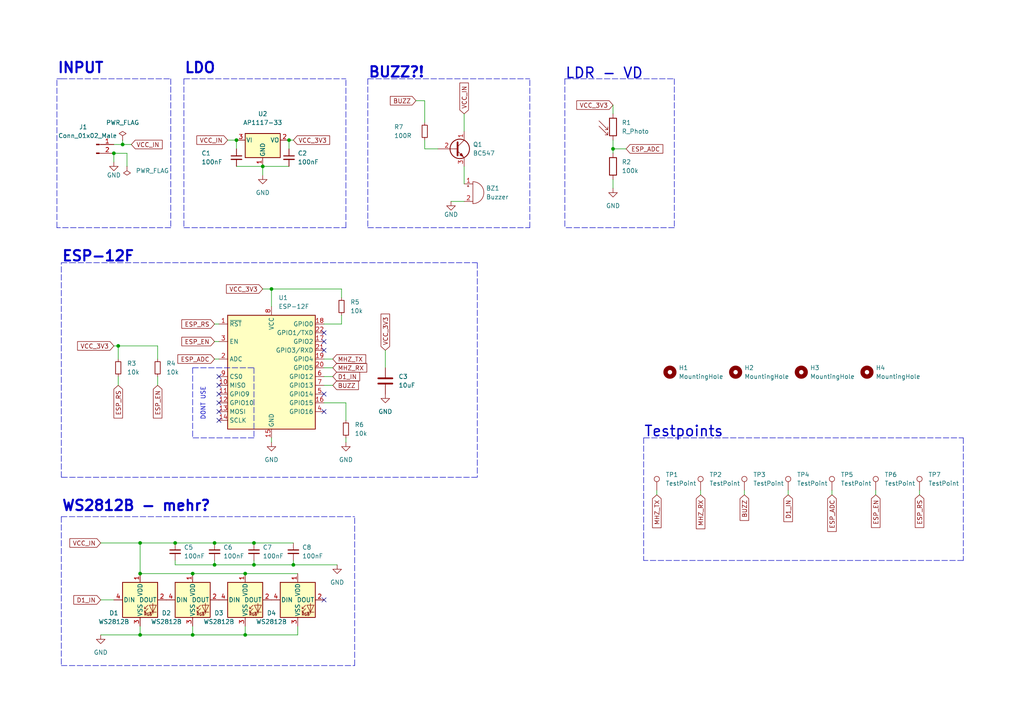
<source format=kicad_sch>
(kicad_sch (version 20211123) (generator eeschema)
  (paper "A4")
  (lib_symbols
    (symbol "Connector:Conn_01x02_Male" (pin_names (offset 1.016) hide)
      (property "Reference" "J" (at 0 2.54 0))
      (property "Value" "Conn_01x02_Male" (at 0 -5.08 0))
      (symbol "Conn_01x02_Male_1_1"
        (polyline (pts (xy 1.27 -2.54) (xy 0.8636 -2.54)) (stroke (width 0.1524)))
        (polyline (pts (xy 1.27 0) (xy 0.8636 0)) (stroke (width 0.1524)))
        (rectangle (start 0.8636 -2.413) (end 0 -2.667) (stroke (width 0.1524)) (fill (type outline)))
        (rectangle (start 0.8636 0.127) (end 0 -0.127) (stroke (width 0.1524)) (fill (type outline)))
        (pin passive line (at 5.08 0 180) (length 3.81) (name "Pin_1") (number "1"))
        (pin passive line (at 5.08 -2.54 180) (length 3.81) (name "Pin_2") (number "2"))
      )
    )
    (symbol "Connector:TestPoint" (pin_numbers hide) (pin_names (offset 0.762) hide)
      (property "Reference" "TP" (at 0 6.858 0))
      (property "Value" "TestPoint" (at 0 5.08 0))
      (symbol "TestPoint_0_1"
        (circle (center 0 3.302) (radius 0.762))
      )
      (symbol "TestPoint_1_1"
        (pin passive line (at 0 0 90) (length 2.54) (name "1") (number "1"))
      )
    )
    (symbol "Device:Buzzer" (pin_names (offset 0.0254) hide)
      (property "Reference" "BZ" (at 3.81 1.27 0))
      (property "Value" "Buzzer" (at 3.81 -1.27 0))
      (symbol "Buzzer_0_1"
        (arc (start 0 -3.175) (mid 3.175 0) (end 0 3.175))
        (polyline (pts (xy -1.651 1.905) (xy -1.143 1.905)))
        (polyline (pts (xy -1.397 2.159) (xy -1.397 1.651)))
        (polyline (pts (xy 0 3.175) (xy 0 -3.175)))
      )
      (symbol "Buzzer_1_1"
        (pin passive line (at -2.54 2.54 0) (length 2.54) (name "-") (number "1"))
        (pin passive line (at -2.54 -2.54 0) (length 2.54) (name "+") (number "2"))
      )
    )
    (symbol "Device:C" (pin_numbers hide) (pin_names (offset 0.254))
      (property "Reference" "C" (at 0.635 2.54 0))
      (property "Value" "C" (at 0.635 -2.54 0))
      (symbol "C_0_1"
        (polyline (pts (xy -2.032 -0.762) (xy 2.032 -0.762)) (stroke (width 0.508)))
        (polyline (pts (xy -2.032 0.762) (xy 2.032 0.762)) (stroke (width 0.508)))
      )
      (symbol "C_1_1"
        (pin passive line (at 0 3.81 270) (length 2.794) (name "~") (number "1"))
        (pin passive line (at 0 -3.81 90) (length 2.794) (name "~") (number "2"))
      )
    )
    (symbol "Device:C_Small" (pin_numbers hide) (pin_names (offset 0.254) hide)
      (property "Reference" "C" (at 0.254 1.778 0))
      (property "Value" "C_Small" (at 0.254 -2.032 0))
      (symbol "C_Small_0_1"
        (polyline (pts (xy -1.524 -0.508) (xy 1.524 -0.508)) (stroke (width 0.3302)))
        (polyline (pts (xy -1.524 0.508) (xy 1.524 0.508)) (stroke (width 0.3048)))
      )
      (symbol "C_Small_1_1"
        (pin passive line (at 0 2.54 270) (length 2.032) (name "~") (number "1"))
        (pin passive line (at 0 -2.54 90) (length 2.032) (name "~") (number "2"))
      )
    )
    (symbol "Device:R" (pin_numbers hide) (pin_names (offset 0))
      (property "Reference" "R" (at 2.032 0 90))
      (property "Value" "R" (at 0 0 90))
      (symbol "R_0_1"
        (rectangle (start -1.016 -2.54) (end 1.016 2.54) (stroke (width 0.254)))
      )
      (symbol "R_1_1"
        (pin passive line (at 0 3.81 270) (length 1.27) (name "~") (number "1"))
        (pin passive line (at 0 -3.81 90) (length 1.27) (name "~") (number "2"))
      )
    )
    (symbol "Device:R_Photo" (pin_numbers hide) (pin_names (offset 0))
      (property "Reference" "R" (at 1.27 1.27 0))
      (property "Value" "R_Photo" (at 1.27 0 0))
      (symbol "R_Photo_0_1"
        (rectangle (start -1.016 2.54) (end 1.016 -2.54) (stroke (width 0.254)))
        (polyline (pts (xy -1.524 -2.286) (xy -4.064 0.254)))
        (polyline (pts (xy -1.524 -2.286) (xy -2.286 -2.286)))
        (polyline (pts (xy -1.524 -2.286) (xy -1.524 -1.524)))
        (polyline (pts (xy -1.524 -0.762) (xy -4.064 1.778)))
        (polyline (pts (xy -1.524 -0.762) (xy -2.286 -0.762)))
        (polyline (pts (xy -1.524 -0.762) (xy -1.524 0)))
      )
      (symbol "R_Photo_1_1"
        (pin passive line (at 0 3.81 270) (length 1.27) (name "~") (number "1"))
        (pin passive line (at 0 -3.81 90) (length 1.27) (name "~") (number "2"))
      )
    )
    (symbol "Device:R_Small" (pin_numbers hide) (pin_names (offset 0.254) hide)
      (property "Reference" "R" (at 0.762 0.508 0))
      (property "Value" "R_Small" (at 0.762 -1.016 0))
      (symbol "R_Small_0_1"
        (rectangle (start -0.762 1.778) (end 0.762 -1.778) (stroke (width 0.2032)))
      )
      (symbol "R_Small_1_1"
        (pin passive line (at 0 2.54 270) (length 0.762) (name "~") (number "1"))
        (pin passive line (at 0 -2.54 90) (length 0.762) (name "~") (number "2"))
      )
    )
    (symbol "LED:WS2812B" (pin_names (offset 0.254))
      (property "Reference" "D" (at 5.08 5.715 0))
      (property "Value" "WS2812B" (at 1.27 -5.715 0))
      (symbol "WS2812B_0_0"
        (text "RGB" (at 2.286 -4.191 0) (effects (font (size 0.762 0.762))))
      )
      (symbol "WS2812B_0_1"
        (polyline (pts (xy 1.27 -3.556) (xy 1.778 -3.556)))
        (polyline (pts (xy 1.27 -2.54) (xy 1.778 -2.54)))
        (polyline (pts (xy 4.699 -3.556) (xy 2.667 -3.556)))
        (polyline (pts (xy 2.286 -2.54) (xy 1.27 -3.556) (xy 1.27 -3.048)))
        (polyline (pts (xy 2.286 -1.524) (xy 1.27 -2.54) (xy 1.27 -2.032)))
        (polyline (pts (xy 3.683 -1.016) (xy 3.683 -3.556) (xy 3.683 -4.064)))
        (polyline (pts (xy 4.699 -1.524) (xy 2.667 -1.524) (xy 3.683 -3.556) (xy 4.699 -1.524)))
        (rectangle (start 5.08 5.08) (end -5.08 -5.08) (stroke (width 0.254)) (fill (type background)))
      )
      (symbol "WS2812B_1_1"
        (pin power_in line (at 0 7.62 270) (length 2.54) (name "VDD") (number "1"))
        (pin output line (at 7.62 0 180) (length 2.54) (name "DOUT") (number "2"))
        (pin power_in line (at 0 -7.62 90) (length 2.54) (name "VSS") (number "3"))
        (pin input line (at -7.62 0 0) (length 2.54) (name "DIN") (number "4"))
      )
    )
    (symbol "Mechanical:MountingHole" (pin_names (offset 1.016))
      (property "Reference" "H" (at 0 5.08 0))
      (property "Value" "MountingHole" (at 0 3.175 0))
      (symbol "MountingHole_0_1"
        (circle (center 0 0) (radius 1.27) (stroke (width 1.27)))
      )
    )
    (symbol "RF_Module:ESP-12F"
      (property "Reference" "U" (at -12.7 19.05 0))
      (property "Value" "ESP-12F" (at 12.7 19.05 0))
      (symbol "ESP-12F_0_1"
        (rectangle (start -12.7 17.78) (end 12.7 -15.24) (stroke (width 0.254)) (fill (type background)))
      )
      (symbol "ESP-12F_1_1"
        (pin input line (at -15.24 15.24 0) (length 2.54) (name "~{RST}") (number "1"))
        (pin bidirectional line (at -15.24 -2.54 0) (length 2.54) (name "MISO") (number "10"))
        (pin bidirectional line (at -15.24 -5.08 0) (length 2.54) (name "GPIO9") (number "11"))
        (pin bidirectional line (at -15.24 -7.62 0) (length 2.54) (name "GPIO10") (number "12"))
        (pin bidirectional line (at -15.24 -10.16 0) (length 2.54) (name "MOSI") (number "13"))
        (pin bidirectional line (at -15.24 -12.7 0) (length 2.54) (name "SCLK") (number "14"))
        (pin power_in line (at 0 -17.78 90) (length 2.54) (name "GND") (number "15"))
        (pin bidirectional line (at 15.24 -7.62 180) (length 2.54) (name "GPIO15") (number "16"))
        (pin bidirectional line (at 15.24 10.16 180) (length 2.54) (name "GPIO2") (number "17"))
        (pin bidirectional line (at 15.24 15.24 180) (length 2.54) (name "GPIO0") (number "18"))
        (pin bidirectional line (at 15.24 5.08 180) (length 2.54) (name "GPIO4") (number "19"))
        (pin input line (at -15.24 5.08 0) (length 2.54) (name "ADC") (number "2"))
        (pin bidirectional line (at 15.24 2.54 180) (length 2.54) (name "GPIO5") (number "20"))
        (pin bidirectional line (at 15.24 7.62 180) (length 2.54) (name "GPIO3/RXD") (number "21"))
        (pin bidirectional line (at 15.24 12.7 180) (length 2.54) (name "GPIO1/TXD") (number "22"))
        (pin input line (at -15.24 10.16 0) (length 2.54) (name "EN") (number "3"))
        (pin bidirectional line (at 15.24 -10.16 180) (length 2.54) (name "GPIO16") (number "4"))
        (pin bidirectional line (at 15.24 -5.08 180) (length 2.54) (name "GPIO14") (number "5"))
        (pin bidirectional line (at 15.24 0 180) (length 2.54) (name "GPIO12") (number "6"))
        (pin bidirectional line (at 15.24 -2.54 180) (length 2.54) (name "GPIO13") (number "7"))
        (pin power_in line (at 0 20.32 270) (length 2.54) (name "VCC") (number "8"))
        (pin input line (at -15.24 0 0) (length 2.54) (name "CS0") (number "9"))
      )
    )
    (symbol "Regulator_Linear:AP1117-33" (pin_names (offset 0.254))
      (property "Reference" "U" (at -3.81 3.175 0))
      (property "Value" "AP1117-33" (at 0 3.175 0))
      (symbol "AP1117-33_0_1"
        (rectangle (start -5.08 -5.08) (end 5.08 1.905) (stroke (width 0.254)) (fill (type background)))
      )
      (symbol "AP1117-33_1_1"
        (pin power_in line (at 0 -7.62 90) (length 2.54) (name "GND") (number "1"))
        (pin power_out line (at 7.62 0 180) (length 2.54) (name "VO") (number "2"))
        (pin power_in line (at -7.62 0 0) (length 2.54) (name "VI") (number "3"))
      )
    )
    (symbol "Transistor_BJT:BC547" (pin_names (offset 0) hide)
      (property "Reference" "Q" (at 5.08 1.905 0))
      (property "Value" "BC547" (at 5.08 0 0))
      (symbol "BC547_0_1"
        (polyline (pts (xy 0 0) (xy 0.635 0)))
        (polyline (pts (xy 0.635 0.635) (xy 2.54 2.54)))
        (polyline (pts (xy 0.635 -0.635) (xy 2.54 -2.54) (xy 2.54 -2.54)))
        (polyline (pts (xy 0.635 1.905) (xy 0.635 -1.905) (xy 0.635 -1.905)) (stroke (width 0.508)))
        (polyline (pts (xy 1.27 -1.778) (xy 1.778 -1.27) (xy 2.286 -2.286) (xy 1.27 -1.778) (xy 1.27 -1.778)) (fill (type outline)))
        (circle (center 1.27 0) (radius 2.8194) (stroke (width 0.254)))
      )
      (symbol "BC547_1_1"
        (pin passive line (at 2.54 5.08 270) (length 2.54) (name "C") (number "1"))
        (pin input line (at -5.08 0 0) (length 5.08) (name "B") (number "2"))
        (pin passive line (at 2.54 -5.08 90) (length 2.54) (name "E") (number "3"))
      )
    )
    (symbol "power:GND" (power) (pin_names (offset 0))
      (property "Value" "GND" (at 0 -3.81 0))
      (symbol "GND_0_1"
        (polyline (pts (xy 0 0) (xy 0 -1.27) (xy 1.27 -1.27) (xy 0 -2.54) (xy -1.27 -1.27) (xy 0 -1.27)))
      )
      (symbol "GND_1_1"
        (pin power_in line (at 0 0 270) (length 0) hide (name "GND") (number "1"))
      )
    )
    (symbol "power:PWR_FLAG" (power) (pin_numbers hide) (pin_names (offset 0) hide)
      (property "Value" "PWR_FLAG" (at 0 3.81 0))
      (symbol "PWR_FLAG_0_0"
        (pin power_out line (at 0 0 90) (length 0) (name "pwr") (number "1"))
      )
      (symbol "PWR_FLAG_0_1"
        (polyline (pts (xy 0 0) (xy 0 1.27) (xy -1.016 1.905) (xy 0 2.54) (xy 1.016 1.905) (xy 0 1.27)))
      )
    )
  )
  (junction (at 177.8 43.18))
  (junction (at 40.64 166.37))
  (junction (at 55.88 184.15))
  (junction (at 40.64 157.48))
  (junction (at 73.66 157.48))
  (junction (at 83.82 40.64))
  (junction (at 50.8 157.48))
  (junction (at 78.74 83.82))
  (junction (at 85.09 163.83))
  (junction (at 35.56 41.91))
  (junction (at 68.58 40.64))
  (junction (at 62.23 163.83))
  (junction (at 40.64 184.15))
  (junction (at 71.12 166.37))
  (junction (at 76.2 48.26))
  (junction (at 73.66 163.83))
  (junction (at 55.88 166.37))
  (junction (at 33.02 44.45))
  (junction (at 34.29 100.33))
  (junction (at 71.12 184.15))
  (junction (at 62.23 157.48))
  (no_connect (at 93.98 173.99))
  (no_connect (at 93.98 114.3))
  (no_connect (at 93.98 119.38))
  (no_connect (at 93.98 101.6))
  (no_connect (at 93.98 99.06))
  (no_connect (at 93.98 96.52))
  (no_connect (at 63.5 109.22))
  (no_connect (at 63.5 119.38))
  (no_connect (at 63.5 111.76))
  (no_connect (at 63.5 114.3))
  (no_connect (at 63.5 116.84))
  (no_connect (at 63.5 121.92))
  (wire (pts (xy 177.8 30.48) (xy 177.8 33.02)))
  (wire (pts (xy 71.12 184.15) (xy 86.36 184.15)))
  (wire (pts (xy 76.2 83.82) (xy 78.74 83.82)))
  (wire (pts (xy 266.7 143.51) (xy 266.7 142.24)))
  (wire (pts (xy 71.12 181.61) (xy 71.12 184.15)))
  (wire (pts (xy 34.29 100.33) (xy 34.29 104.14)))
  (wire (pts (xy 50.8 157.48) (xy 62.23 157.48)))
  (wire (pts (xy 228.6 143.51) (xy 228.6 142.24)))
  (wire (pts (xy 33.02 46.99) (xy 33.02 44.45)))
  (wire (pts (xy 29.21 184.15) (xy 40.64 184.15)))
  (polyline (pts (xy 17.78 76.2) (xy 20.32 76.2)))
  (wire (pts (xy 62.23 157.48) (xy 73.66 157.48)))
  (wire (pts (xy 40.64 157.48) (xy 40.64 166.37)))
  (wire (pts (xy 177.8 43.18) (xy 181.61 43.18)))
  (polyline (pts (xy 17.78 22.86) (xy 49.53 22.86)))
  (wire (pts (xy 93.98 109.22) (xy 96.52 109.22)))
  (wire (pts (xy 203.2 143.51) (xy 203.2 142.24)))
  (wire (pts (xy 62.23 162.56) (xy 62.23 163.83)))
  (wire (pts (xy 93.98 104.14) (xy 96.52 104.14)))
  (wire (pts (xy 38.1 41.91) (xy 35.56 41.91)))
  (polyline (pts (xy 16.51 22.86) (xy 17.78 22.86)))
  (wire (pts (xy 85.09 162.56) (xy 85.09 163.83)))
  (polyline (pts (xy 186.69 127) (xy 279.4 127)))
  (wire (pts (xy 85.09 163.83) (xy 97.79 163.83)))
  (wire (pts (xy 78.74 83.82) (xy 78.74 88.9)))
  (polyline (pts (xy 163.83 22.86) (xy 195.58 22.86)))
  (wire (pts (xy 35.56 40.64) (xy 35.56 41.91)))
  (wire (pts (xy 123.19 29.21) (xy 123.19 35.56)))
  (wire (pts (xy 34.29 100.33) (xy 45.72 100.33)))
  (wire (pts (xy 93.98 116.84) (xy 100.33 116.84)))
  (wire (pts (xy 55.88 166.37) (xy 71.12 166.37)))
  (wire (pts (xy 73.66 157.48) (xy 85.09 157.48)))
  (wire (pts (xy 99.06 83.82) (xy 78.74 83.82)))
  (wire (pts (xy 55.88 181.61) (xy 55.88 184.15)))
  (polyline (pts (xy 106.68 22.86) (xy 153.67 22.86)))
  (wire (pts (xy 254 143.51) (xy 254 142.24)))
  (wire (pts (xy 55.88 184.15) (xy 71.12 184.15)))
  (wire (pts (xy 40.64 157.48) (xy 50.8 157.48)))
  (wire (pts (xy 62.23 163.83) (xy 73.66 163.83)))
  (polyline (pts (xy 53.34 66.04) (xy 100.33 66.04)))
  (polyline (pts (xy 106.68 22.86) (xy 106.68 66.04)))
  (polyline (pts (xy 153.67 66.04) (xy 153.67 22.86)))
  (wire (pts (xy 45.72 100.33) (xy 45.72 104.14)))
  (wire (pts (xy 120.65 29.21) (xy 123.19 29.21)))
  (wire (pts (xy 78.74 128.27) (xy 78.74 127)))
  (polyline (pts (xy 53.34 22.86) (xy 53.34 66.04)))
  (polyline (pts (xy 106.68 66.04) (xy 153.67 66.04)))
  (wire (pts (xy 241.3 143.51) (xy 241.3 142.24)))
  (wire (pts (xy 190.5 143.51) (xy 190.5 142.24)))
  (polyline (pts (xy 186.69 127) (xy 186.69 162.56)))
  (polyline (pts (xy 20.32 76.2) (xy 138.43 76.2)))
  (wire (pts (xy 177.8 52.07) (xy 177.8 54.61)))
  (polyline (pts (xy 16.51 66.04) (xy 16.51 22.86)))
  (wire (pts (xy 134.62 48.26) (xy 134.62 53.34)))
  (wire (pts (xy 36.83 44.45) (xy 33.02 44.45)))
  (polyline (pts (xy 55.88 106.68) (xy 73.66 106.68)))
  (wire (pts (xy 86.36 184.15) (xy 86.36 181.61)))
  (wire (pts (xy 100.33 127) (xy 100.33 128.27)))
  (wire (pts (xy 34.29 109.22) (xy 34.29 111.76)))
  (wire (pts (xy 177.8 40.64) (xy 177.8 43.18)))
  (wire (pts (xy 93.98 106.68) (xy 96.52 106.68)))
  (polyline (pts (xy 73.66 127) (xy 55.88 127)))
  (wire (pts (xy 111.76 101.6) (xy 111.76 106.68)))
  (wire (pts (xy 100.33 116.84) (xy 100.33 121.92)))
  (wire (pts (xy 93.98 93.98) (xy 99.06 93.98)))
  (wire (pts (xy 127 43.18) (xy 123.19 43.18)))
  (wire (pts (xy 36.83 48.26) (xy 36.83 44.45)))
  (polyline (pts (xy 138.43 138.43) (xy 17.78 138.43)))
  (wire (pts (xy 40.64 181.61) (xy 40.64 184.15)))
  (wire (pts (xy 40.64 166.37) (xy 55.88 166.37)))
  (wire (pts (xy 85.09 40.64) (xy 83.82 40.64)))
  (polyline (pts (xy 100.33 66.04) (xy 100.33 22.86)))
  (wire (pts (xy 93.98 111.76) (xy 96.52 111.76)))
  (wire (pts (xy 62.23 104.14) (xy 63.5 104.14)))
  (wire (pts (xy 99.06 86.36) (xy 99.06 83.82)))
  (wire (pts (xy 68.58 40.64) (xy 68.58 43.18)))
  (polyline (pts (xy 195.58 22.86) (xy 195.58 66.04)))
  (polyline (pts (xy 195.58 66.04) (xy 163.83 66.04)))
  (wire (pts (xy 99.06 93.98) (xy 99.06 91.44)))
  (polyline (pts (xy 73.66 106.68) (xy 73.66 127)))
  (wire (pts (xy 130.81 58.42) (xy 134.62 58.42)))
  (wire (pts (xy 76.2 50.8) (xy 76.2 48.26)))
  (polyline (pts (xy 17.78 149.86) (xy 17.78 193.04)))
  (wire (pts (xy 62.23 93.98) (xy 63.5 93.98)))
  (wire (pts (xy 35.56 41.91) (xy 33.02 41.91)))
  (polyline (pts (xy 17.78 138.43) (xy 17.78 76.2)))
  (wire (pts (xy 29.21 157.48) (xy 40.64 157.48)))
  (wire (pts (xy 76.2 48.26) (xy 83.82 48.26)))
  (wire (pts (xy 71.12 166.37) (xy 86.36 166.37)))
  (polyline (pts (xy 17.78 149.86) (xy 102.87 149.86)))
  (polyline (pts (xy 102.87 193.04) (xy 102.87 149.86)))
  (wire (pts (xy 45.72 109.22) (xy 45.72 111.76)))
  (polyline (pts (xy 53.34 22.86) (xy 100.33 22.86)))
  (polyline (pts (xy 279.4 127) (xy 279.4 162.56)))
  (polyline (pts (xy 138.43 76.2) (xy 138.43 138.43)))
  (wire (pts (xy 68.58 48.26) (xy 76.2 48.26)))
  (polyline (pts (xy 49.53 66.04) (xy 16.51 66.04)))
  (wire (pts (xy 62.23 99.06) (xy 63.5 99.06)))
  (wire (pts (xy 73.66 162.56) (xy 73.66 163.83)))
  (wire (pts (xy 33.02 100.33) (xy 34.29 100.33)))
  (wire (pts (xy 177.8 43.18) (xy 177.8 44.45)))
  (wire (pts (xy 66.04 40.64) (xy 68.58 40.64)))
  (wire (pts (xy 40.64 184.15) (xy 55.88 184.15)))
  (wire (pts (xy 50.8 163.83) (xy 62.23 163.83)))
  (wire (pts (xy 134.62 33.02) (xy 134.62 38.1)))
  (wire (pts (xy 83.82 40.64) (xy 83.82 43.18)))
  (wire (pts (xy 29.21 173.99) (xy 33.02 173.99)))
  (polyline (pts (xy 49.53 22.86) (xy 49.53 66.04)))
  (polyline (pts (xy 279.4 162.56) (xy 186.69 162.56)))
  (wire (pts (xy 215.9 143.51) (xy 215.9 142.24)))
  (polyline (pts (xy 17.78 193.04) (xy 102.87 193.04)))
  (wire (pts (xy 50.8 162.56) (xy 50.8 163.83)))
  (wire (pts (xy 73.66 163.83) (xy 85.09 163.83)))
  (wire (pts (xy 123.19 43.18) (xy 123.19 40.64)))
  (polyline (pts (xy 163.83 22.86) (xy 163.83 66.04)))
  (polyline (pts (xy 55.88 106.68) (xy 55.88 127)))
  (text "LDR - VD\n\n" (at 163.83 27.94 0) (effects (font (size 3 3) (thickness 0.4) bold) (justify left bottom)))
  (text "DONT USE" (at 59.69 121.92 90) (effects (font (size 1.27 1.27)) (justify left bottom)))
  (text "INPUT" (at 16.51 21.59 0) (effects (font (size 3 3) bold) (justify left bottom)))
  (text "WS2812B - mehr?" (at 17.78 148.59 0) (effects (font (size 3 3) bold) (justify left bottom)))
  (text "LDO" (at 53.34 21.59 0) (effects (font (size 3 3) bold) (justify left bottom)))
  (text "ESP-12F" (at 17.78 76.2 0) (effects (font (size 3 3) bold) (justify left bottom)))
  (text "BUZZ?!" (at 106.68 22.86 0) (effects (font (size 3 3) bold) (justify left bottom)))
  (text "Testpoints" (at 186.69 127 0) (effects (font (size 3 3) (thickness 0.4) bold) (justify left bottom)))
  (global_label "ESP_RS" (shape input) (at 266.7 143.51 270) (property "Intersheet References" "${INTERSHEET_REFS}" (effects hide)))
  (global_label "VCC_IN" (shape input) (at 66.04 40.64 180) (property "Intersheet References" "${INTERSHEET_REFS}" (effects hide)))
  (global_label "ESP_RS" (shape input) (at 62.23 93.98 180) (property "Intersheet References" "${INTERSHEET_REFS}" (effects hide)))
  (global_label "BUZZ" (shape input) (at 215.9 143.51 270) (property "Intersheet References" "${INTERSHEET_REFS}" (effects hide)))
  (global_label "VCC_3V3" (shape input) (at 33.02 100.33 180) (property "Intersheet References" "${INTERSHEET_REFS}" (effects hide)))
  (global_label "MHZ_TX" (shape input) (at 190.5 143.51 270) (property "Intersheet References" "${INTERSHEET_REFS}" (effects hide)))
  (global_label "BUZZ" (shape input) (at 120.65 29.21 180) (property "Intersheet References" "${INTERSHEET_REFS}" (effects hide)))
  (global_label "ESP_EN" (shape input) (at 254 143.51 270) (property "Intersheet References" "${INTERSHEET_REFS}" (effects hide)))
  (global_label "MHZ_RX" (shape input) (at 203.2 143.51 270) (property "Intersheet References" "${INTERSHEET_REFS}" (effects hide)))
  (global_label "D1_IN" (shape input) (at 96.52 109.22 0) (property "Intersheet References" "${INTERSHEET_REFS}" (effects hide)))
  (global_label "D1_IN" (shape input) (at 228.6 143.51 270) (property "Intersheet References" "${INTERSHEET_REFS}" (effects hide)))
  (global_label "VCC_3V3" (shape input) (at 177.8 30.48 180) (property "Intersheet References" "${INTERSHEET_REFS}" (effects hide)))
  (global_label "D1_IN" (shape input) (at 29.21 173.99 180) (property "Intersheet References" "${INTERSHEET_REFS}" (effects hide)))
  (global_label "BUZZ" (shape input) (at 96.52 111.76 0) (property "Intersheet References" "${INTERSHEET_REFS}" (effects hide)))
  (global_label "VCC_IN" (shape input) (at 29.21 157.48 180) (property "Intersheet References" "${INTERSHEET_REFS}" (effects hide)))
  (global_label "ESP_ADC" (shape input) (at 241.3 143.51 270) (property "Intersheet References" "${INTERSHEET_REFS}" (effects hide)))
  (global_label "VCC_3V3" (shape input) (at 85.09 40.64 0) (property "Intersheet References" "${INTERSHEET_REFS}" (effects hide)))
  (global_label "MHZ_TX" (shape input) (at 96.52 104.14 0) (property "Intersheet References" "${INTERSHEET_REFS}" (effects hide)))
  (global_label "ESP_ADC" (shape input) (at 181.61 43.18 0) (property "Intersheet References" "${INTERSHEET_REFS}" (effects hide)))
  (global_label "ESP_EN" (shape input) (at 62.23 99.06 180) (property "Intersheet References" "${INTERSHEET_REFS}" (effects hide)))
  (global_label "ESP_RS" (shape input) (at 34.29 111.76 270) (property "Intersheet References" "${INTERSHEET_REFS}" (effects hide)))
  (global_label "ESP_EN" (shape input) (at 45.72 111.76 270) (property "Intersheet References" "${INTERSHEET_REFS}" (effects hide)))
  (global_label "MHZ_RX" (shape input) (at 96.52 106.68 0) (property "Intersheet References" "${INTERSHEET_REFS}" (effects hide)))
  (global_label "VCC_IN" (shape input) (at 134.62 33.02 90) (property "Intersheet References" "${INTERSHEET_REFS}" (effects hide)))
  (global_label "VCC_3V3" (shape input) (at 76.2 83.82 180) (property "Intersheet References" "${INTERSHEET_REFS}" (effects hide)))
  (global_label "VCC_IN" (shape input) (at 38.1 41.91 0) (property "Intersheet References" "${INTERSHEET_REFS}" (effects hide)))
  (global_label "VCC_3V3" (shape input) (at 111.76 101.6 90) (property "Intersheet References" "${INTERSHEET_REFS}" (effects hide)))
  (global_label "ESP_ADC" (shape input) (at 62.23 104.14 180) (property "Intersheet References" "${INTERSHEET_REFS}" (effects hide)))
  (symbol (lib_id "Device:C_Small") (at 62.23 160.02 0) (unit 1)
    (property "Reference" "C6" (at 64.77 158.7562 0) (effects (justify left)))
    (property "Value" "100nF" (at 64.77 161.2962 0) (effects (justify left)))
    (property "Footprint" "Capacitor_SMD:C_0805_2012Metric_Pad1.18x1.45mm_HandSolder" (effects hide))
  )
  (symbol (lib_id "Device:R_Small") (at 100.33 124.46 180) (unit 1)
    (property "Reference" "R6" (at 102.87 123.1899 0) (effects (justify right)))
    (property "Value" "10k" (at 102.87 125.7299 0) (effects (justify right)))
    (property "Footprint" "Resistor_SMD:R_0805_2012Metric_Pad1.20x1.40mm_HandSolder" (effects hide))
  )
  (symbol (lib_id "Connector:Conn_01x02_Male") (at 27.94 41.91 0) (unit 1)
    (property "Reference" "J1" (at 24.13 36.83 0))
    (property "Value" "Conn_01x02_Male" (at 25.4 39.37 0))
    (property "Footprint" "Connector_JST:JST_XH_B2B-XH-A_1x02_P2.50mm_Vertical" (effects hide))
  )
  (symbol (lib_id "LED:WS2812B") (at 86.36 173.99 0) (unit 1)
    (property "Reference" "D4" (at 78.74 177.8 0))
    (property "Value" "WS2812B" (at 78.74 180.34 0))
    (property "Footprint" "LED_SMD:LED_WS2812B_PLCC4_5.0x5.0mm_P3.2mm" (effects hide))
    (property "Datasheet" "https://cdn-shop.adafruit.com/datasheets/WS2812B.pdf" (effects hide))
  )
  (symbol (lib_id "power:GND") (at 100.33 128.27 0) (unit 1)
    (property "Reference" "#PWR05" (effects hide))
    (property "Value" "GND" (at 100.33 133.35 0))
  )
  (symbol (lib_id "Device:R_Small") (at 34.29 106.68 180) (unit 1)
    (property "Reference" "R3" (at 36.83 105.4099 0) (effects (justify right)))
    (property "Value" "10k" (at 36.83 107.9499 0) (effects (justify right)))
    (property "Footprint" "Resistor_SMD:R_0805_2012Metric_Pad1.20x1.40mm_HandSolder" (effects hide))
  )
  (symbol (lib_id "power:GND") (at 177.8 54.61 0) (unit 1)
    (property "Reference" "#PWR02" (effects hide))
    (property "Value" "GND" (at 177.8 59.69 0))
  )
  (symbol (lib_id "power:GND") (at 130.81 58.42 0) (unit 1)
    (property "Reference" "#PWR09" (effects hide))
    (property "Value" "GND" (at 128.7881 62.2202 0) (effects (justify left)))
  )
  (symbol (lib_id "LED:WS2812B") (at 71.12 173.99 0) (unit 1)
    (property "Reference" "D3" (at 63.5 177.8 0))
    (property "Value" "WS2812B" (at 63.5 180.34 0))
    (property "Footprint" "LED_SMD:LED_WS2812B_PLCC4_5.0x5.0mm_P3.2mm" (effects hide))
    (property "Datasheet" "https://cdn-shop.adafruit.com/datasheets/WS2812B.pdf" (effects hide))
  )
  (symbol (lib_id "Device:R_Photo") (at 177.8 36.83 0) (unit 1)
    (property "Reference" "R1" (at 180.34 35.5599 0) (effects (justify left)))
    (property "Value" "R_Photo" (at 180.34 38.0999 0) (effects (justify left)))
    (property "Footprint" "OptoDevice:R_LDR_5.1x4.3mm_P3.4mm_Vertical" (effects hide))
  )
  (symbol (lib_id "Device:C_Small") (at 85.09 160.02 0) (unit 1)
    (property "Reference" "C8" (at 87.63 158.7562 0) (effects (justify left)))
    (property "Value" "100nF" (at 87.63 161.2962 0) (effects (justify left)))
    (property "Footprint" "Capacitor_SMD:C_0805_2012Metric_Pad1.18x1.45mm_HandSolder" (effects hide))
  )
  (symbol (lib_id "Transistor_BJT:BC547") (at 132.08 43.18 0) (unit 1)
    (property "Reference" "Q1" (at 137.16 41.9099 0) (effects (justify left)))
    (property "Value" "BC547" (at 137.16 44.4499 0) (effects (justify left)))
    (property "Footprint" "Package_TO_SOT_THT:TO-92_Inline" (effects hide))
    (property "Datasheet" "https://www.onsemi.com/pub/Collateral/BC550-D.pdf" (effects hide))
  )
  (symbol (lib_id "power:GND") (at 78.74 128.27 0) (unit 1)
    (property "Reference" "#PWR04" (effects hide))
    (property "Value" "GND" (at 78.74 133.35 0))
  )
  (symbol (lib_id "Mechanical:MountingHole") (at 232.41 107.95 0) (unit 1)
    (property "Reference" "H3" (at 234.95 106.6799 0) (effects (justify left)))
    (property "Value" "MountingHole" (at 234.95 109.2199 0) (effects (justify left)))
    (property "Footprint" "MountingHole:MountingHole_3.2mm_M3" (effects hide))
  )
  (symbol (lib_id "Device:Buzzer") (at 137.16 55.88 0) (unit 1)
    (property "Reference" "BZ1" (at 140.97 54.6099 0) (effects (justify left)))
    (property "Value" "Buzzer" (at 140.97 57.1499 0) (effects (justify left)))
    (property "Footprint" "Buzzer_Beeper:Buzzer_TDK_PS1240P02BT_D12.2mm_H6.5mm" (effects hide))
  )
  (symbol (lib_id "Connector:TestPoint") (at 228.6 142.24 0) (unit 1)
    (property "Reference" "TP4" (at 231.14 137.6679 0) (effects (justify left)))
    (property "Value" "TestPoint" (at 231.14 140.2079 0) (effects (justify left)))
    (property "Footprint" "TestPoint:TestPoint_THTPad_D3.0mm_Drill1.5mm" (effects hide))
  )
  (symbol (lib_id "Mechanical:MountingHole") (at 251.46 107.95 0) (unit 1)
    (property "Reference" "H4" (at 254 106.6799 0) (effects (justify left)))
    (property "Value" "MountingHole" (at 254 109.2199 0) (effects (justify left)))
    (property "Footprint" "MountingHole:MountingHole_3.2mm_M3" (effects hide))
  )
  (symbol (lib_id "power:PWR_FLAG") (at 36.83 48.26 180) (unit 1)
    (property "Reference" "#FLG0101" (effects hide))
    (property "Value" "PWR_FLAG" (at 39.37 49.5299 0) (effects (justify right)))
  )
  (symbol (lib_id "Device:R_Small") (at 45.72 106.68 180) (unit 1)
    (property "Reference" "R4" (at 48.26 105.4099 0) (effects (justify right)))
    (property "Value" "10k" (at 48.26 107.9499 0) (effects (justify right)))
    (property "Footprint" "Resistor_SMD:R_0805_2012Metric_Pad1.20x1.40mm_HandSolder" (effects hide))
  )
  (symbol (lib_id "Connector:TestPoint") (at 241.3 142.24 0) (unit 1)
    (property "Reference" "TP5" (at 243.84 137.6679 0) (effects (justify left)))
    (property "Value" "TestPoint" (at 243.84 140.2079 0) (effects (justify left)))
    (property "Footprint" "TestPoint:TestPoint_THTPad_D3.0mm_Drill1.5mm" (effects hide))
  )
  (symbol (lib_id "Device:R_Small") (at 99.06 88.9 0) (unit 1)
    (property "Reference" "R5" (at 101.6 87.6299 0) (effects (justify left)))
    (property "Value" "10k" (at 101.6 90.1699 0) (effects (justify left)))
    (property "Footprint" "Resistor_SMD:R_0805_2012Metric_Pad1.20x1.40mm_HandSolder" (effects hide))
  )
  (symbol (lib_id "Device:C_Small") (at 73.66 160.02 0) (unit 1)
    (property "Reference" "C7" (at 76.2 158.7562 0) (effects (justify left)))
    (property "Value" "100nF" (at 76.2 161.2962 0) (effects (justify left)))
    (property "Footprint" "Capacitor_SMD:C_0805_2012Metric_Pad1.18x1.45mm_HandSolder" (effects hide))
  )
  (symbol (lib_id "Device:C_Small") (at 83.82 45.72 0) (unit 1)
    (property "Reference" "C2" (at 86.36 44.4562 0) (effects (justify left)))
    (property "Value" "100nF" (at 86.36 46.9962 0) (effects (justify left)))
    (property "Footprint" "Capacitor_SMD:C_0805_2012Metric_Pad1.18x1.45mm_HandSolder" (effects hide))
  )
  (symbol (lib_id "power:GND") (at 29.21 184.15 0) (unit 1)
    (property "Reference" "#PWR07" (effects hide))
    (property "Value" "GND" (at 29.21 189.23 0))
  )
  (symbol (lib_id "Connector:TestPoint") (at 254 142.24 0) (unit 1)
    (property "Reference" "TP6" (at 256.54 137.6679 0) (effects (justify left)))
    (property "Value" "TestPoint" (at 256.54 140.2079 0) (effects (justify left)))
    (property "Footprint" "TestPoint:TestPoint_THTPad_D3.0mm_Drill1.5mm" (effects hide))
  )
  (symbol (lib_id "power:GND") (at 97.79 163.83 0) (unit 1)
    (property "Reference" "#PWR010" (effects hide))
    (property "Value" "GND" (at 97.79 168.91 0))
  )
  (symbol (lib_id "RF_Module:ESP-12F") (at 78.74 109.22 0) (unit 1)
    (property "Reference" "U1" (at 80.7594 86.36 0) (effects (justify left)))
    (property "Value" "ESP-12F" (at 80.7594 88.9 0) (effects (justify left)))
    (property "Footprint" "RF_Module:ESP-12E" (effects hide))
    (property "Datasheet" "http://wiki.ai-thinker.com/_media/esp8266/esp8266_series_modules_user_manual_v1.1.pdf" (effects hide))
  )
  (symbol (lib_id "Mechanical:MountingHole") (at 194.31 107.95 0) (unit 1)
    (property "Reference" "H1" (at 196.85 106.6799 0) (effects (justify left)))
    (property "Value" "MountingHole" (at 196.85 109.2199 0) (effects (justify left)))
    (property "Footprint" "MountingHole:MountingHole_3.2mm_M3" (effects hide))
  )
  (symbol (lib_id "Connector:TestPoint") (at 190.5 142.24 0) (unit 1)
    (property "Reference" "TP1" (at 193.04 137.6679 0) (effects (justify left)))
    (property "Value" "TestPoint" (at 193.04 140.2079 0) (effects (justify left)))
    (property "Footprint" "TestPoint:TestPoint_THTPad_D3.0mm_Drill1.5mm" (effects hide))
  )
  (symbol (lib_id "LED:WS2812B") (at 55.88 173.99 0) (unit 1)
    (property "Reference" "D2" (at 48.26 177.8 0))
    (property "Value" "WS2812B" (at 48.26 180.34 0))
    (property "Footprint" "LED_SMD:LED_WS2812B_PLCC4_5.0x5.0mm_P3.2mm" (effects hide))
    (property "Datasheet" "https://cdn-shop.adafruit.com/datasheets/WS2812B.pdf" (effects hide))
  )
  (symbol (lib_id "Device:R_Small") (at 123.19 38.1 180) (unit 1)
    (property "Reference" "R7" (at 114.3 36.83 0) (effects (justify right)))
    (property "Value" "100R" (at 114.3 39.37 0) (effects (justify right)))
    (property "Footprint" "Resistor_SMD:R_0805_2012Metric_Pad1.20x1.40mm_HandSolder" (effects hide))
  )
  (symbol (lib_id "power:GND") (at 33.02 46.99 0) (unit 1)
    (property "Reference" "#PWR01" (effects hide))
    (property "Value" "GND" (at 33.02 50.8 0))
  )
  (symbol (lib_id "Device:C_Small") (at 50.8 160.02 0) (unit 1)
    (property "Reference" "C5" (at 53.34 158.7562 0) (effects (justify left)))
    (property "Value" "100nF" (at 53.34 161.2962 0) (effects (justify left)))
    (property "Footprint" "Capacitor_SMD:C_0805_2012Metric_Pad1.18x1.45mm_HandSolder" (effects hide))
  )
  (symbol (lib_id "Connector:TestPoint") (at 266.7 142.24 0) (unit 1)
    (property "Reference" "TP7" (at 269.24 137.6679 0) (effects (justify left)))
    (property "Value" "TestPoint" (at 269.24 140.2079 0) (effects (justify left)))
    (property "Footprint" "TestPoint:TestPoint_THTPad_D3.0mm_Drill1.5mm" (effects hide))
  )
  (symbol (lib_id "Mechanical:MountingHole") (at 213.36 107.95 0) (unit 1)
    (property "Reference" "H2" (at 215.9 106.6799 0) (effects (justify left)))
    (property "Value" "MountingHole" (at 215.9 109.2199 0) (effects (justify left)))
    (property "Footprint" "MountingHole:MountingHole_3.2mm_M3" (effects hide))
  )
  (symbol (lib_id "Device:C_Small") (at 68.58 45.72 0) (unit 1)
    (property "Reference" "C1" (at 58.42 44.45 0) (effects (justify left)))
    (property "Value" "100nF" (at 58.42 46.99 0) (effects (justify left)))
    (property "Footprint" "Capacitor_SMD:C_0805_2012Metric_Pad1.18x1.45mm_HandSolder" (effects hide))
  )
  (symbol (lib_id "Regulator_Linear:AP1117-33") (at 76.2 40.64 0) (unit 1)
    (property "Reference" "U2" (at 76.2 33.02 0))
    (property "Value" "AP1117-33" (at 76.2 35.56 0))
    (property "Footprint" "Package_TO_SOT_SMD:SOT-223-3_TabPin2" (effects hide))
    (property "Datasheet" "http://www.diodes.com/datasheets/AP1117.pdf" (effects hide))
  )
  (symbol (lib_id "power:PWR_FLAG") (at 35.56 40.64 0) (unit 1)
    (property "Reference" "#FLG01" (effects hide))
    (property "Value" "PWR_FLAG" (at 35.56 35.56 0))
  )
  (symbol (lib_id "Device:R") (at 177.8 48.26 0) (unit 1)
    (property "Reference" "R2" (at 180.34 46.9899 0) (effects (justify left)))
    (property "Value" "100k" (at 180.34 49.5299 0) (effects (justify left)))
    (property "Footprint" "Resistor_SMD:R_0805_2012Metric_Pad1.20x1.40mm_HandSolder" (effects hide))
  )
  (symbol (lib_id "LED:WS2812B") (at 40.64 173.99 0) (unit 1)
    (property "Reference" "D1" (at 33.02 177.8 0))
    (property "Value" "WS2812B" (at 33.02 180.34 0))
    (property "Footprint" "LED_SMD:LED_WS2812B_PLCC4_5.0x5.0mm_P3.2mm" (effects hide))
    (property "Datasheet" "https://cdn-shop.adafruit.com/datasheets/WS2812B.pdf" (effects hide))
  )
  (symbol (lib_id "Device:C") (at 111.76 110.49 0) (unit 1)
    (property "Reference" "C3" (at 115.57 109.2199 0) (effects (justify left)))
    (property "Value" "10uF" (at 115.57 111.7599 0) (effects (justify left)))
    (property "Footprint" "Capacitor_THT:CP_Radial_D6.3mm_P2.50mm" (effects hide))
  )
  (symbol (lib_id "power:GND") (at 111.76 114.3 0) (unit 1)
    (property "Reference" "#PWR06" (effects hide))
    (property "Value" "GND" (at 111.76 119.38 0))
  )
  (symbol (lib_id "Connector:TestPoint") (at 203.2 142.24 0) (unit 1)
    (property "Reference" "TP2" (at 205.74 137.6679 0) (effects (justify left)))
    (property "Value" "TestPoint" (at 205.74 140.2079 0) (effects (justify left)))
    (property "Footprint" "TestPoint:TestPoint_THTPad_D3.0mm_Drill1.5mm" (effects hide))
  )
  (symbol (lib_id "power:GND") (at 76.2 50.8 0) (unit 1)
    (property "Reference" "#PWR03" (effects hide))
    (property "Value" "GND" (at 76.2 55.88 0))
  )
  (symbol (lib_id "Connector:TestPoint") (at 215.9 142.24 0) (unit 1)
    (property "Reference" "TP3" (at 218.44 137.6679 0) (effects (justify left)))
    (property "Value" "TestPoint" (at 218.44 140.2079 0) (effects (justify left)))
    (property "Footprint" "TestPoint:TestPoint_THTPad_D3.0mm_Drill1.5mm" (effects hide))
  )
)
</source>
